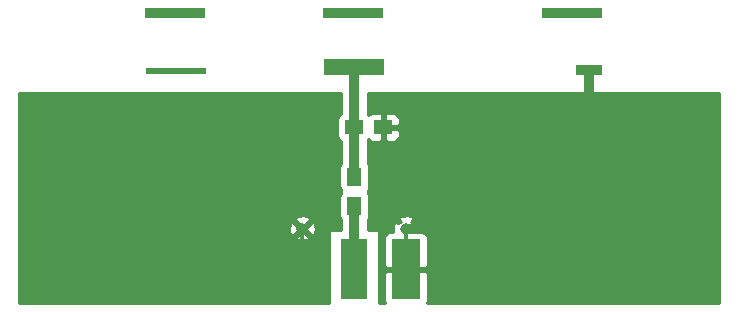
<source format=gbr>
G04 #@! TF.FileFunction,Copper,L1,Top,Signal*
%FSLAX46Y46*%
G04 Gerber Fmt 4.6, Leading zero omitted, Abs format (unit mm)*
G04 Created by KiCad (PCBNEW 4.0.5) date 05/07/17 17:06:23*
%MOMM*%
%LPD*%
G01*
G04 APERTURE LIST*
%ADD10C,0.100000*%
%ADD11C,1.000000*%
%ADD12R,2.290000X5.080000*%
%ADD13R,2.420000X5.080000*%
%ADD14C,0.970000*%
%ADD15R,0.460000X0.900000*%
%ADD16R,5.130000X0.890000*%
%ADD17R,2.160000X0.890000*%
%ADD18R,5.130000X1.390000*%
%ADD19R,5.130000X0.630000*%
%ADD20R,1.500000X1.250000*%
%ADD21R,1.250000X1.500000*%
%ADD22C,0.838000*%
%ADD23C,0.254000*%
G04 APERTURE END LIST*
D10*
D11*
X3692600Y17018500D03*
X30375300Y12459200D03*
X30629300Y9576300D03*
X30388000Y6922000D03*
X58582000Y17082000D03*
X30388000Y17082000D03*
X33182000Y17082000D03*
X38770000Y17082000D03*
X35976000Y17082000D03*
X47914000Y17082000D03*
X44866000Y17082000D03*
X41818000Y17082000D03*
X50708000Y17082000D03*
X56296000Y17082000D03*
X53756000Y17082000D03*
X24292000Y17082000D03*
X26832000Y6922000D03*
X26501800Y9614400D03*
X26743100Y12395700D03*
X26832000Y17082000D03*
X21244000Y17082000D03*
X12354000Y17082000D03*
X15402000Y17082000D03*
X18450000Y17082000D03*
X6512000Y17082000D03*
X9306000Y17082000D03*
D12*
X28500000Y2980000D03*
D13*
X24120000Y2980000D03*
X32880000Y2980000D03*
D14*
X24120000Y6420000D03*
X32880000Y6420000D03*
D15*
X24120000Y5970000D03*
X32880000Y5970000D03*
D16*
X28401100Y24696400D03*
D17*
X48401100Y19896400D03*
D18*
X28501100Y20146400D03*
D19*
X13401100Y19746400D03*
D16*
X46901100Y24696400D03*
X13301100Y24696400D03*
D11*
X924000Y17082000D03*
D20*
X28452200Y14999200D03*
X30952200Y14999200D03*
D21*
X28508400Y10813600D03*
X28508400Y8313600D03*
D22*
X47520000Y6420000D02*
X32880000Y6420000D01*
X48401100Y7301100D02*
X47520000Y6420000D01*
X48401100Y19896400D02*
X48401100Y7301100D01*
X28501100Y20146400D02*
X28501100Y15966300D01*
X28501100Y15966300D02*
X28503000Y15964400D01*
X28503000Y15964400D02*
X28503000Y10819000D01*
X28503000Y10819000D02*
X28508400Y10813600D01*
X28508400Y8313600D02*
X28508400Y2988400D01*
X28508400Y2988400D02*
X28500000Y2980000D01*
X28501100Y2981100D02*
X28500000Y2980000D01*
D23*
G36*
X59373000Y127000D02*
X34647670Y127000D01*
X34725000Y313691D01*
X34725000Y2694250D01*
X34566250Y2853000D01*
X33007000Y2853000D01*
X33007000Y2833000D01*
X32753000Y2833000D01*
X32753000Y2853000D01*
X31193750Y2853000D01*
X31035000Y2694250D01*
X31035000Y313691D01*
X31112330Y127000D01*
X30627000Y127000D01*
X30627000Y5646309D01*
X31035000Y5646309D01*
X31035000Y3265750D01*
X31193750Y3107000D01*
X32753000Y3107000D01*
X32753000Y3127000D01*
X33007000Y3127000D01*
X33007000Y3107000D01*
X34566250Y3107000D01*
X34725000Y3265750D01*
X34725000Y5646309D01*
X34628327Y5879698D01*
X34449699Y6058327D01*
X34216310Y6155000D01*
X33972129Y6155000D01*
X34013149Y6278564D01*
X33981018Y6722968D01*
X33872768Y6984308D01*
X33659200Y7019595D01*
X33533815Y6894210D01*
X33469699Y6958327D01*
X33306374Y7025979D01*
X33479595Y7199200D01*
X33444308Y7412768D01*
X33021436Y7553149D01*
X32577032Y7521018D01*
X32315692Y7412768D01*
X32280405Y7199200D01*
X32453626Y7025979D01*
X32290301Y6958327D01*
X32226185Y6894210D01*
X32100800Y7019595D01*
X31887232Y6984308D01*
X31746851Y6561436D01*
X31776237Y6155000D01*
X31543690Y6155000D01*
X31310301Y6058327D01*
X31131673Y5879698D01*
X31035000Y5646309D01*
X30627000Y5646309D01*
X30627000Y6200000D01*
X30616994Y6249410D01*
X30588553Y6291035D01*
X30546159Y6318315D01*
X30500000Y6327000D01*
X29627000Y6327000D01*
X29627000Y7161212D01*
X29729831Y7311710D01*
X29780840Y7563600D01*
X29780840Y9063600D01*
X29736562Y9298917D01*
X29627000Y9469181D01*
X29627000Y9661212D01*
X29729831Y9811710D01*
X29780840Y10063600D01*
X29780840Y11563600D01*
X29736562Y11798917D01*
X29627000Y11969181D01*
X29627000Y13892967D01*
X29653641Y13910110D01*
X29700169Y13978206D01*
X29842502Y13835873D01*
X30075891Y13739200D01*
X30666450Y13739200D01*
X30825200Y13897950D01*
X30825200Y14872200D01*
X31079200Y14872200D01*
X31079200Y13897950D01*
X31237950Y13739200D01*
X31828509Y13739200D01*
X32061898Y13835873D01*
X32240527Y14014501D01*
X32337200Y14247890D01*
X32337200Y14713450D01*
X32178450Y14872200D01*
X31079200Y14872200D01*
X30825200Y14872200D01*
X30805200Y14872200D01*
X30805200Y15126200D01*
X30825200Y15126200D01*
X30825200Y16100450D01*
X31079200Y16100450D01*
X31079200Y15126200D01*
X32178450Y15126200D01*
X32337200Y15284950D01*
X32337200Y15750510D01*
X32240527Y15983899D01*
X32061898Y16162527D01*
X31828509Y16259200D01*
X31237950Y16259200D01*
X31079200Y16100450D01*
X30825200Y16100450D01*
X30666450Y16259200D01*
X30075891Y16259200D01*
X29842502Y16162527D01*
X29701264Y16021290D01*
X29666290Y16075641D01*
X29627000Y16102487D01*
X29627000Y17873000D01*
X59373000Y17873000D01*
X59373000Y127000D01*
X59373000Y127000D01*
G37*
X59373000Y127000D02*
X34647670Y127000D01*
X34725000Y313691D01*
X34725000Y2694250D01*
X34566250Y2853000D01*
X33007000Y2853000D01*
X33007000Y2833000D01*
X32753000Y2833000D01*
X32753000Y2853000D01*
X31193750Y2853000D01*
X31035000Y2694250D01*
X31035000Y313691D01*
X31112330Y127000D01*
X30627000Y127000D01*
X30627000Y5646309D01*
X31035000Y5646309D01*
X31035000Y3265750D01*
X31193750Y3107000D01*
X32753000Y3107000D01*
X32753000Y3127000D01*
X33007000Y3127000D01*
X33007000Y3107000D01*
X34566250Y3107000D01*
X34725000Y3265750D01*
X34725000Y5646309D01*
X34628327Y5879698D01*
X34449699Y6058327D01*
X34216310Y6155000D01*
X33972129Y6155000D01*
X34013149Y6278564D01*
X33981018Y6722968D01*
X33872768Y6984308D01*
X33659200Y7019595D01*
X33533815Y6894210D01*
X33469699Y6958327D01*
X33306374Y7025979D01*
X33479595Y7199200D01*
X33444308Y7412768D01*
X33021436Y7553149D01*
X32577032Y7521018D01*
X32315692Y7412768D01*
X32280405Y7199200D01*
X32453626Y7025979D01*
X32290301Y6958327D01*
X32226185Y6894210D01*
X32100800Y7019595D01*
X31887232Y6984308D01*
X31746851Y6561436D01*
X31776237Y6155000D01*
X31543690Y6155000D01*
X31310301Y6058327D01*
X31131673Y5879698D01*
X31035000Y5646309D01*
X30627000Y5646309D01*
X30627000Y6200000D01*
X30616994Y6249410D01*
X30588553Y6291035D01*
X30546159Y6318315D01*
X30500000Y6327000D01*
X29627000Y6327000D01*
X29627000Y7161212D01*
X29729831Y7311710D01*
X29780840Y7563600D01*
X29780840Y9063600D01*
X29736562Y9298917D01*
X29627000Y9469181D01*
X29627000Y9661212D01*
X29729831Y9811710D01*
X29780840Y10063600D01*
X29780840Y11563600D01*
X29736562Y11798917D01*
X29627000Y11969181D01*
X29627000Y13892967D01*
X29653641Y13910110D01*
X29700169Y13978206D01*
X29842502Y13835873D01*
X30075891Y13739200D01*
X30666450Y13739200D01*
X30825200Y13897950D01*
X30825200Y14872200D01*
X31079200Y14872200D01*
X31079200Y13897950D01*
X31237950Y13739200D01*
X31828509Y13739200D01*
X32061898Y13835873D01*
X32240527Y14014501D01*
X32337200Y14247890D01*
X32337200Y14713450D01*
X32178450Y14872200D01*
X31079200Y14872200D01*
X30825200Y14872200D01*
X30805200Y14872200D01*
X30805200Y15126200D01*
X30825200Y15126200D01*
X30825200Y16100450D01*
X31079200Y16100450D01*
X31079200Y15126200D01*
X32178450Y15126200D01*
X32337200Y15284950D01*
X32337200Y15750510D01*
X32240527Y15983899D01*
X32061898Y16162527D01*
X31828509Y16259200D01*
X31237950Y16259200D01*
X31079200Y16100450D01*
X30825200Y16100450D01*
X30666450Y16259200D01*
X30075891Y16259200D01*
X29842502Y16162527D01*
X29701264Y16021290D01*
X29666290Y16075641D01*
X29627000Y16102487D01*
X29627000Y17873000D01*
X59373000Y17873000D01*
X59373000Y127000D01*
G36*
X27373000Y16166950D02*
X27250759Y16088290D01*
X27105769Y15876090D01*
X27054760Y15624200D01*
X27054760Y14374200D01*
X27099038Y14138883D01*
X27238110Y13922759D01*
X27373000Y13830593D01*
X27373000Y11941401D01*
X27286969Y11815490D01*
X27235960Y11563600D01*
X27235960Y10063600D01*
X27280238Y9828283D01*
X27373000Y9684127D01*
X27373000Y9441401D01*
X27286969Y9315490D01*
X27235960Y9063600D01*
X27235960Y7563600D01*
X27280238Y7328283D01*
X27373000Y7184127D01*
X27373000Y6327000D01*
X26500000Y6327000D01*
X26450590Y6316994D01*
X26408965Y6288553D01*
X26381685Y6246159D01*
X26373000Y6200000D01*
X26373000Y127000D01*
X127000Y127000D01*
X127000Y5640800D01*
X23520405Y5640800D01*
X23555692Y5427232D01*
X23978564Y5286851D01*
X24422968Y5318982D01*
X24684308Y5427232D01*
X24719595Y5640800D01*
X24120000Y6240395D01*
X23520405Y5640800D01*
X127000Y5640800D01*
X127000Y6561436D01*
X22986851Y6561436D01*
X23018982Y6117032D01*
X23127232Y5855692D01*
X23340800Y5820405D01*
X23940395Y6420000D01*
X24299605Y6420000D01*
X24899200Y5820405D01*
X25112768Y5855692D01*
X25253149Y6278564D01*
X25221018Y6722968D01*
X25112768Y6984308D01*
X24899200Y7019595D01*
X24299605Y6420000D01*
X23940395Y6420000D01*
X23340800Y7019595D01*
X23127232Y6984308D01*
X22986851Y6561436D01*
X127000Y6561436D01*
X127000Y7199200D01*
X23520405Y7199200D01*
X24120000Y6599605D01*
X24719595Y7199200D01*
X24684308Y7412768D01*
X24261436Y7553149D01*
X23817032Y7521018D01*
X23555692Y7412768D01*
X23520405Y7199200D01*
X127000Y7199200D01*
X127000Y17873000D01*
X27373000Y17873000D01*
X27373000Y16166950D01*
X27373000Y16166950D01*
G37*
X27373000Y16166950D02*
X27250759Y16088290D01*
X27105769Y15876090D01*
X27054760Y15624200D01*
X27054760Y14374200D01*
X27099038Y14138883D01*
X27238110Y13922759D01*
X27373000Y13830593D01*
X27373000Y11941401D01*
X27286969Y11815490D01*
X27235960Y11563600D01*
X27235960Y10063600D01*
X27280238Y9828283D01*
X27373000Y9684127D01*
X27373000Y9441401D01*
X27286969Y9315490D01*
X27235960Y9063600D01*
X27235960Y7563600D01*
X27280238Y7328283D01*
X27373000Y7184127D01*
X27373000Y6327000D01*
X26500000Y6327000D01*
X26450590Y6316994D01*
X26408965Y6288553D01*
X26381685Y6246159D01*
X26373000Y6200000D01*
X26373000Y127000D01*
X127000Y127000D01*
X127000Y5640800D01*
X23520405Y5640800D01*
X23555692Y5427232D01*
X23978564Y5286851D01*
X24422968Y5318982D01*
X24684308Y5427232D01*
X24719595Y5640800D01*
X24120000Y6240395D01*
X23520405Y5640800D01*
X127000Y5640800D01*
X127000Y6561436D01*
X22986851Y6561436D01*
X23018982Y6117032D01*
X23127232Y5855692D01*
X23340800Y5820405D01*
X23940395Y6420000D01*
X24299605Y6420000D01*
X24899200Y5820405D01*
X25112768Y5855692D01*
X25253149Y6278564D01*
X25221018Y6722968D01*
X25112768Y6984308D01*
X24899200Y7019595D01*
X24299605Y6420000D01*
X23940395Y6420000D01*
X23340800Y7019595D01*
X23127232Y6984308D01*
X22986851Y6561436D01*
X127000Y6561436D01*
X127000Y7199200D01*
X23520405Y7199200D01*
X24120000Y6599605D01*
X24719595Y7199200D01*
X24684308Y7412768D01*
X24261436Y7553149D01*
X23817032Y7521018D01*
X23555692Y7412768D01*
X23520405Y7199200D01*
X127000Y7199200D01*
X127000Y17873000D01*
X27373000Y17873000D01*
X27373000Y16166950D01*
M02*

</source>
